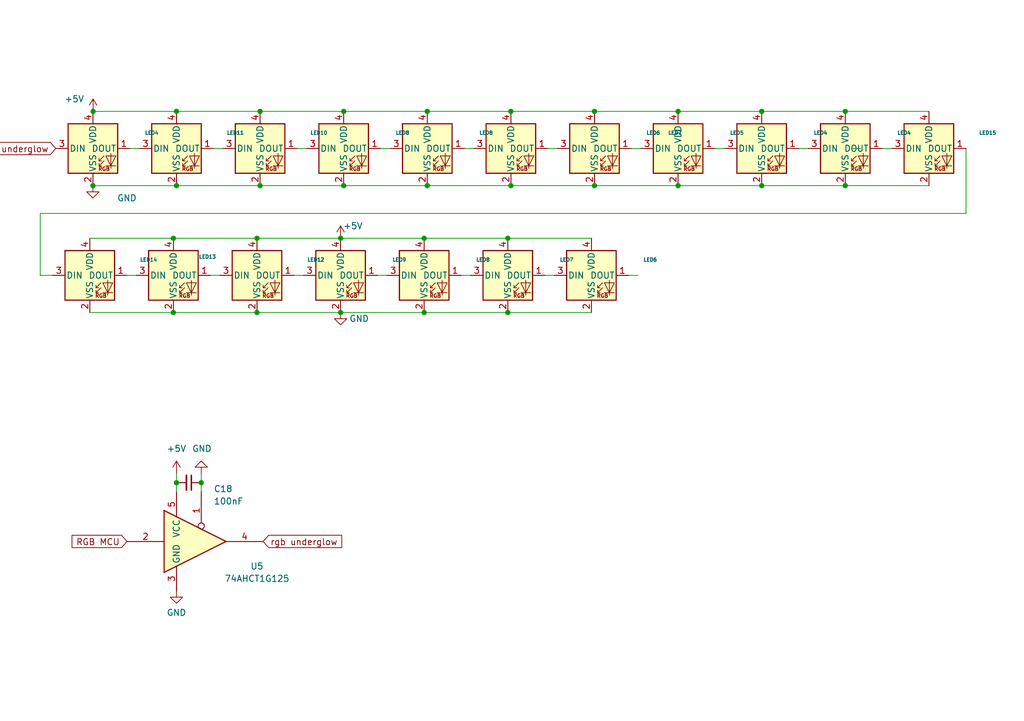
<source format=kicad_sch>
(kicad_sch (version 20230121) (generator eeschema)
  (paper "A5")
  (lib_symbols
    (symbol "74xGxx:74AHCT1G125"
      (property "Reference" "U" (at -2.54 3.81 0))
      (property "Value" "74AHCT1G125" (at 0 -3.81 0))
      (symbol "74AHCT1G125_0_1"
        (polyline (pts (xy -7.62 6.35) (xy -7.62 -6.35) (xy 5.08 0) (xy -7.62 6.35)) (stroke (width 0.254)) (fill (type background)))
      )
      (symbol "74AHCT1G125_1_1"
        (pin input inverted (at 0 10.16 270) (length 7.62) (name "~") (number "1"))
        (pin input line (at -15.24 0 0) (length 7.62) (name "~") (number "2"))
        (pin power_in line (at -5.08 -10.16 90) (length 5.08) (name "GND") (number "3"))
        (pin tri_state line (at 12.7 0 180) (length 7.62) (name "~") (number "4"))
        (pin power_in line (at -5.08 10.16 270) (length 5.08) (name "VCC") (number "5"))
      )
    )
    (symbol "Device:C_Small" (pin_numbers hide) (pin_names (offset 0.254) hide)
      (property "Reference" "C" (at 0.254 1.778 0))
      (property "Value" "C_Small" (at 0.254 -2.032 0))
      (symbol "C_Small_0_1"
        (polyline (pts (xy -1.524 -0.508) (xy 1.524 -0.508)) (stroke (width 0.3302)))
        (polyline (pts (xy -1.524 0.508) (xy 1.524 0.508)) (stroke (width 0.3048)))
      )
      (symbol "C_Small_1_1"
        (pin passive line (at 0 2.54 270) (length 2.032) (name "~") (number "1"))
        (pin passive line (at 0 -2.54 90) (length 2.032) (name "~") (number "2"))
      )
    )
    (symbol "GND_1" (power) (pin_names (offset 0))
      (property "Value" "GND_1" (at 0 -3.81 0))
      (symbol "GND_1_0_1"
        (polyline (pts (xy 0 0) (xy 0 -1.27) (xy 1.27 -1.27) (xy 0 -2.54) (xy -1.27 -1.27) (xy 0 -1.27)))
      )
      (symbol "GND_1_1_1"
        (pin power_in line (at 0 0 270) (length 0) hide (name "GND") (number "1"))
      )
    )
    (symbol "PCM_marbastlib-various:WS2812_2020" (pin_names (offset 0.254))
      (property "Reference" "LED" (at 5.08 5.715 0))
      (property "Value" "WS2812_2020" (at 1.27 -5.715 0))
      (symbol "WS2812_2020_0_0"
        (text "RGB" (at 2.286 -4.191 0) (effects (font (size 0.762 0.762))))
      )
      (symbol "WS2812_2020_0_1"
        (polyline (pts (xy 1.27 -3.556) (xy 1.778 -3.556)))
        (polyline (pts (xy 1.27 -2.54) (xy 1.778 -2.54)))
        (polyline (pts (xy 4.699 -3.556) (xy 2.667 -3.556)))
        (polyline (pts (xy 2.286 -2.54) (xy 1.27 -3.556) (xy 1.27 -3.048)))
        (polyline (pts (xy 2.286 -1.524) (xy 1.27 -2.54) (xy 1.27 -2.032)))
        (polyline (pts (xy 3.683 -1.016) (xy 3.683 -3.556) (xy 3.683 -4.064)))
        (polyline (pts (xy 4.699 -1.524) (xy 2.667 -1.524) (xy 3.683 -3.556) (xy 4.699 -1.524)))
        (rectangle (start 5.08 5.08) (end -5.08 -5.08) (stroke (width 0.254)) (fill (type background)))
      )
      (symbol "WS2812_2020_1_1"
        (pin output line (at 7.62 0 180) (length 2.54) (name "DOUT") (number "1"))
        (pin power_in line (at 0 -7.62 90) (length 2.54) (name "VSS") (number "2"))
        (pin input line (at -7.62 0 0) (length 2.54) (name "DIN") (number "3"))
        (pin power_in line (at 0 7.62 270) (length 2.54) (name "VDD") (number "4"))
      )
    )
    (symbol "power:+5V" (power) (pin_names (offset 0))
      (property "Value" "+5V" (at 0 3.556 0))
      (symbol "+5V_0_1"
        (polyline (pts (xy -0.762 1.27) (xy 0 2.54)))
        (polyline (pts (xy 0 0) (xy 0 2.54)))
        (polyline (pts (xy 0 2.54) (xy 0.762 1.27)))
      )
      (symbol "+5V_1_1"
        (pin power_in line (at 0 0 90) (length 0) hide (name "+5V") (number "1"))
      )
    )
    (symbol "power:GND" (power) (pin_names (offset 0))
      (property "Value" "GND" (at 0 -3.81 0))
      (symbol "GND_0_1"
        (polyline (pts (xy 0 0) (xy 0 -1.27) (xy 1.27 -1.27) (xy 0 -2.54) (xy -1.27 -1.27) (xy 0 -1.27)))
      )
      (symbol "GND_1_1"
        (pin power_in line (at 0 0 270) (length 0) hide (name "GND") (number "1"))
      )
    )
  )
  (junction (at 69.85 64.135))
  (junction (at 35.56 64.135))
  (junction (at 53.34 22.86))
  (junction (at 53.34 38.1))
  (junction (at 156.21 22.86))
  (junction (at 86.995 64.135))
  (junction (at 121.92 38.1))
  (junction (at 70.485 22.86))
  (junction (at 173.355 22.86))
  (junction (at 139.065 22.86))
  (junction (at 86.995 48.895))
  (junction (at 104.14 64.135))
  (junction (at 121.92 22.86))
  (junction (at 36.195 22.86))
  (junction (at 104.775 38.1))
  (junction (at 70.485 38.1))
  (junction (at 19.0943 22.86))
  (junction (at 173.355 38.1))
  (junction (at 104.14 48.895))
  (junction (at 41.275 99.06))
  (junction (at 36.195 99.06))
  (junction (at 69.85 48.895))
  (junction (at 87.63 38.1))
  (junction (at 52.705 64.135))
  (junction (at 104.775 22.86))
  (junction (at 156.21 38.1))
  (junction (at 19.05 38.1))
  (junction (at 35.56 48.895))
  (junction (at 36.195 38.1))
  (junction (at 139.065 38.1))
  (junction (at 87.63 22.86))
  (junction (at 52.705 48.895))
  (wire (pts (xy 26.035 56.515) (xy 27.94 56.515)))
  (wire (pts (xy 19.0943 22.86) (xy 36.195 22.86)))
  (wire (pts (xy 104.775 38.1) (xy 121.92 38.1)))
  (wire (pts (xy 19.05 22.86) (xy 19.0943 22.86)))
  (wire (pts (xy 77.47 56.515) (xy 79.375 56.515)))
  (wire (pts (xy 87.63 22.86) (xy 104.775 22.86)))
  (wire (pts (xy 43.18 56.515) (xy 45.085 56.515)))
  (wire (pts (xy 70.485 22.86) (xy 87.63 22.86)))
  (wire (pts (xy 26.67 30.48) (xy 28.575 30.48)))
  (wire (pts (xy 87.63 38.1) (xy 104.775 38.1)))
  (wire (pts (xy 53.34 38.1) (xy 70.485 38.1)))
  (wire (pts (xy 69.85 64.135) (xy 86.995 64.135)))
  (wire (pts (xy 173.355 22.86) (xy 190.5 22.86)))
  (wire (pts (xy 173.355 38.1) (xy 190.5 38.1)))
  (wire (pts (xy 156.21 38.1) (xy 173.355 38.1)))
  (wire (pts (xy 111.76 56.515) (xy 113.665 56.515)))
  (wire (pts (xy 104.775 22.86) (xy 121.92 22.86)))
  (wire (pts (xy 146.685 30.48) (xy 148.59 30.48)))
  (wire (pts (xy 180.975 30.48) (xy 182.88 30.48)))
  (wire (pts (xy 112.395 30.48) (xy 114.3 30.48)))
  (wire (pts (xy 104.14 48.895) (xy 121.285 48.895)))
  (wire (pts (xy 69.85 48.895) (xy 86.995 48.895)))
  (wire (pts (xy 60.325 56.515) (xy 62.23 56.515)))
  (wire (pts (xy 163.83 30.48) (xy 165.735 30.48)))
  (wire (pts (xy 41.275 99.06) (xy 41.275 100.965)))
  (wire (pts (xy 41.275 97.155) (xy 41.275 99.06)))
  (wire (pts (xy 8.255 43.815) (xy 198.12 43.815)))
  (wire (pts (xy 60.96 30.48) (xy 62.865 30.48)))
  (wire (pts (xy 36.195 22.86) (xy 53.34 22.86)))
  (wire (pts (xy 78.105 30.48) (xy 80.01 30.48)))
  (wire (pts (xy 156.21 22.86) (xy 173.355 22.86)))
  (wire (pts (xy 139.065 22.86) (xy 156.21 22.86)))
  (wire (pts (xy 36.195 97.155) (xy 36.195 99.06)))
  (wire (pts (xy 104.14 64.135) (xy 121.285 64.135)))
  (wire (pts (xy 36.195 99.06) (xy 36.195 100.965)))
  (wire (pts (xy 174.625 30.48) (xy 176.53 30.48)))
  (wire (pts (xy 19.05 38.1) (xy 36.195 38.1)))
  (wire (pts (xy 121.92 38.1) (xy 139.065 38.1)))
  (wire (pts (xy 128.905 56.515) (xy 130.81 56.515)))
  (wire (pts (xy 35.56 48.895) (xy 52.705 48.895)))
  (wire (pts (xy 129.54 30.48) (xy 131.445 30.48)))
  (wire (pts (xy 52.705 48.895) (xy 69.85 48.895)))
  (wire (pts (xy 53.34 22.86) (xy 70.485 22.86)))
  (wire (pts (xy 94.615 56.515) (xy 96.52 56.515)))
  (wire (pts (xy 8.255 56.515) (xy 10.795 56.515)))
  (wire (pts (xy 121.92 22.86) (xy 139.065 22.86)))
  (wire (pts (xy 35.56 64.135) (xy 52.705 64.135)))
  (wire (pts (xy 70.485 38.1) (xy 87.63 38.1)))
  (wire (pts (xy 18.415 48.895) (xy 35.56 48.895)))
  (wire (pts (xy 95.25 30.48) (xy 97.155 30.48)))
  (wire (pts (xy 86.995 48.895) (xy 104.14 48.895)))
  (wire (pts (xy 43.815 30.48) (xy 45.72 30.48)))
  (wire (pts (xy 86.995 64.135) (xy 104.14 64.135)))
  (wire (pts (xy 198.12 30.48) (xy 198.12 43.815)))
  (wire (pts (xy 36.195 38.1) (xy 53.34 38.1)))
  (wire (pts (xy 8.255 43.815) (xy 8.255 56.515)))
  (wire (pts (xy 18.415 64.135) (xy 35.56 64.135)))
  (wire (pts (xy 139.065 38.1) (xy 156.21 38.1)))
  (wire (pts (xy 52.705 64.135) (xy 69.85 64.135)))
  (global_label "rgb underglow" (shape input) (at 11.43 30.48 180) (property "Intersheetrefs" "${INTERSHEET_REFS}" (effects hide)))
  (global_label "RGB MCU" (shape input) (at 26.035 111.125 180) (property "Intersheetrefs" "${INTERSHEET_REFS}" (effects hide)))
  (global_label "rgb underglow" (shape input) (at 53.975 111.125 0) (property "Intersheetrefs" "${INTERSHEET_REFS}" (effects hide)))
  (symbol (lib_id "PCM_marbastlib-various:WS2812_2020") (at 121.285 56.515 0) (unit 1)
    (property "Reference" "LED6" (at 133.35 53.3006 0) (effects (font (size 0.7366 0.7366))))
    (property "Value" "WS2812_2020" (effects hide))
    (property "Footprint" "PCM_marbastlib-various:LED_WS2812_2020" (effects hide))
    (property "Datasheet" "https://www.world-semi.com/DownLoadFile/139" (effects hide))
    (instances (project "alpha-curISO" (path "" (reference "LED6") (unit 1))) (project "forti EC" (path "" (reference "LED15") (unit 1))))
  )
  (symbol (lib_id "PCM_marbastlib-various:WS2812_2020") (at 52.705 56.515 0) (unit 1)
    (property "Reference" "LED12" (at 64.77 53.3006 0) (effects (font (size 0.7366 0.7366))))
    (property "Value" "WS2812_2020" (effects hide))
    (property "Footprint" "PCM_marbastlib-various:LED_WS2812_2020" (effects hide))
    (property "Datasheet" "https://www.world-semi.com/DownLoadFile/139" (effects hide))
    (instances (project "alpha-curISO" (path "" (reference "LED12") (unit 1))) (project "forti EC" (path "" (reference "LED19") (unit 1))))
  )
  (symbol (lib_id "PCM_marbastlib-various:WS2812_2020") (at 190.5 30.48 0) (unit 1)
    (property "Reference" "LED15" (at 202.565 27.2656 0) (effects (font (size 0.7366 0.7366))))
    (property "Value" "WS2812_2020" (effects hide))
    (property "Footprint" "PCM_marbastlib-various:LED_WS2812_2020" (effects hide))
    (property "Datasheet" "https://www.world-semi.com/DownLoadFile/139" (effects hide))
    (instances (project "alpha-curISO" (path "" (reference "LED15") (unit 1))) (project "forti EC" (path "" (reference "LED22") (unit 1))))
  )
  (symbol (lib_id "power:+5V") (at 69.85 48.895 0) (unit 1)
    (property "Reference" "#PWR0141" (effects hide))
    (property "Value" "+5V" (at 72.39 46.355 0))
    (instances (project "alpha-curISO" (path "" (reference "#PWR0141") (unit 1))) (project "forti EC" (path "" (reference "#PWR023") (unit 1))))
  )
  (symbol (lib_id "PCM_marbastlib-various:WS2812_2020") (at 19.05 30.48 0) (unit 1)
    (property "Reference" "LED4" (at 31.115 27.2656 0) (effects (font (size 0.7366 0.7366))))
    (property "Value" "WS2812_2020" (effects hide))
    (property "Footprint" "PCM_marbastlib-various:LED_WS2812_2020" (effects hide))
    (property "Datasheet" "https://www.world-semi.com/DownLoadFile/139" (effects hide))
    (instances (project "alpha-curISO" (path "" (reference "LED4") (unit 1))) (project "forti EC" (path "" (reference "LED3") (unit 1))))
  )
  (symbol (lib_id "power:+5V") (at 36.195 97.155 0) (unit 1)
    (property "Reference" "#PWR0138" (effects hide))
    (property "Value" "+5V" (at 36.195 92.075 0))
    (instances (project "rgb" (path "" (reference "#PWR0138") (unit 1))) (project "forti EC" (path "" (reference "#PWR018") (unit 1))) (project "UB46" (path "" (reference "#PWR0138") (unit 1))))
  )
  (symbol (lib_id "Device:C_Small") (at 38.735 99.06 270) (unit 1)
    (property "Reference" "C18" (at 43.815 100.3362 90) (effects (justify left)))
    (property "Value" "100nF" (at 43.815 102.87 90) (effects (justify left)))
    (property "Footprint" "Capacitor_SMD:C_0603_1608Metric" (effects hide))
    (instances (project "rgb" (path "" (reference "C18") (unit 1))) (project "forti EC" (path "" (reference "C12") (unit 1))) (project "UB46" (path "" (reference "C18") (unit 1))))
  )
  (symbol (lib_id "PCM_marbastlib-various:WS2812_2020") (at 173.355 30.48 0) (unit 1)
    (property "Reference" "LED4" (at 185.42 27.2656 0) (effects (font (size 0.7366 0.7366))))
    (property "Value" "WS2812_2020" (effects hide))
    (property "Footprint" "PCM_marbastlib-various:LED_WS2812_2020" (effects hide))
    (property "Datasheet" "https://www.world-semi.com/DownLoadFile/139" (effects hide))
    (instances (project "alpha-curISO" (path "" (reference "LED4") (unit 1))) (project "forti EC" (path "" (reference "LED23") (unit 1))))
  )
  (symbol (lib_id "PCM_marbastlib-various:WS2812_2020") (at 35.56 56.515 0) (unit 1)
    (property "Reference" "LED13" (at 42.545 52.705 0) (effects (font (size 0.7366 0.7366))))
    (property "Value" "WS2812_2020" (effects hide))
    (property "Footprint" "PCM_marbastlib-various:LED_WS2812_2020" (effects hide))
    (property "Datasheet" "https://www.world-semi.com/DownLoadFile/139" (effects hide))
    (instances (project "alpha-curISO" (path "" (reference "LED13") (unit 1))) (project "forti EC" (path "" (reference "LED20") (unit 1))))
  )
  (symbol (lib_id "power:GND") (at 36.195 121.285 0) (unit 1)
    (property "Reference" "#PWR0136" (effects hide))
    (property "Value" "GND" (at 36.195 125.73 0))
    (instances (project "rgb" (path "" (reference "#PWR0136") (unit 1))) (project "forti EC" (path "" (reference "#PWR020") (unit 1))) (project "UB46" (path "" (reference "#PWR0136") (unit 1))))
  )
  (symbol (lib_id "PCM_marbastlib-various:WS2812_2020") (at 156.21 30.48 0) (unit 1)
    (property "Reference" "LED4" (at 168.275 27.2656 0) (effects (font (size 0.7366 0.7366))))
    (property "Value" "WS2812_2020" (effects hide))
    (property "Footprint" "PCM_marbastlib-various:LED_WS2812_2020" (effects hide))
    (property "Datasheet" "https://www.world-semi.com/DownLoadFile/139" (effects hide))
    (instances (project "alpha-curISO" (path "" (reference "LED4") (unit 1))) (project "forti EC" (path "" (reference "LED30") (unit 1))))
  )
  (symbol (lib_id "PCM_marbastlib-various:WS2812_2020") (at 36.195 30.48 0) (unit 1)
    (property "Reference" "LED11" (at 48.26 27.2656 0) (effects (font (size 0.7366 0.7366))))
    (property "Value" "WS2812_2020" (effects hide))
    (property "Footprint" "PCM_marbastlib-various:LED_WS2812_2020" (effects hide))
    (property "Datasheet" "https://www.world-semi.com/DownLoadFile/139" (effects hide))
    (instances (project "alpha-curISO" (path "" (reference "LED11") (unit 1))) (project "forti EC" (path "" (reference "LED2") (unit 1))))
  )
  (symbol (lib_name "GND_1") (lib_id "power:GND") (at 19.05 38.1 0) (unit 1)
    (property "Reference" "#PWR0140" (effects hide))
    (property "Value" "GND" (at 26.035 40.64 0))
    (instances (project "alpha-curISO" (path "" (reference "#PWR0140") (unit 1))) (project "forti EC" (path "" (reference "#PWR022") (unit 1))))
  )
  (symbol (lib_id "power:+5V") (at 19.0943 22.86 0) (unit 1)
    (property "Reference" "#PWR0141" (effects hide))
    (property "Value" "+5V" (at 15.24 20.32 0))
    (instances (project "alpha-curISO" (path "" (reference "#PWR0141") (unit 1))) (project "forti EC" (path "" (reference "#PWR021") (unit 1))))
  )
  (symbol (lib_name "GND_1") (lib_id "power:GND") (at 69.85 64.135 0) (unit 1)
    (property "Reference" "#PWR0140" (effects hide))
    (property "Value" "GND" (at 73.66 65.405 0))
    (instances (project "alpha-curISO" (path "" (reference "#PWR0140") (unit 1))) (project "forti EC" (path "" (reference "#PWR024") (unit 1))))
  )
  (symbol (lib_id "PCM_marbastlib-various:WS2812_2020") (at 104.775 30.48 0) (unit 1)
    (property "Reference" "LED7" (at 138.43 27.2656 0) (effects (font (size 0.7366 0.7366))))
    (property "Value" "WS2812_2020" (effects hide))
    (property "Footprint" "PCM_marbastlib-various:LED_WS2812_2020" (effects hide))
    (property "Datasheet" "https://www.world-semi.com/DownLoadFile/139" (effects hide))
    (instances (project "alpha-curISO" (path "" (reference "LED7") (unit 1))) (project "forti EC" (path "" (reference "LED26") (unit 1))))
  )
  (symbol (lib_id "74xGxx:74AHCT1G125") (at 41.275 111.125 0) (unit 1)
    (property "Reference" "U5" (at 52.705 116.205 0))
    (property "Value" "74AHCT1G125" (at 52.705 118.745 0))
    (property "Footprint" "Package_TO_SOT_SMD:TSOT-23-5" (effects hide))
    (property "Datasheet" "http://www.ti.com/lit/sg/scyt129e/scyt129e.pdf" (effects hide))
    (instances (project "rgb" (path "" (reference "U5") (unit 1))) (project "forti EC" (path "" (reference "U4") (unit 1))) (project "UB46" (path "" (reference "U5") (unit 1))))
  )
  (symbol (lib_id "PCM_marbastlib-various:WS2812_2020") (at 70.485 30.48 0) (unit 1)
    (property "Reference" "LED8" (at 82.55 27.2656 0) (effects (font (size 0.7366 0.7366))))
    (property "Value" "WS2812_2020" (effects hide))
    (property "Footprint" "PCM_marbastlib-various:LED_WS2812_2020" (effects hide))
    (property "Datasheet" "https://www.world-semi.com/DownLoadFile/139" (effects hide))
    (instances (project "alpha-curISO" (path "" (reference "LED8") (unit 1))) (project "forti EC" (path "" (reference "LED27") (unit 1))))
  )
  (symbol (lib_id "PCM_marbastlib-various:WS2812_2020") (at 87.63 30.48 0) (unit 1)
    (property "Reference" "LED8" (at 99.695 27.2656 0) (effects (font (size 0.7366 0.7366))))
    (property "Value" "WS2812_2020" (effects hide))
    (property "Footprint" "PCM_marbastlib-various:LED_WS2812_2020" (effects hide))
    (property "Datasheet" "https://www.world-semi.com/DownLoadFile/139" (effects hide))
    (instances (project "alpha-curISO" (path "" (reference "LED8") (unit 1))) (project "forti EC" (path "" (reference "LED31") (unit 1))))
  )
  (symbol (lib_id "PCM_marbastlib-various:WS2812_2020") (at 18.415 56.515 0) (unit 1)
    (property "Reference" "LED14" (at 30.48 53.3006 0) (effects (font (size 0.7366 0.7366))))
    (property "Value" "WS2812_2020" (effects hide))
    (property "Footprint" "PCM_marbastlib-various:LED_WS2812_2020" (effects hide))
    (property "Datasheet" "https://www.world-semi.com/DownLoadFile/139" (effects hide))
    (instances (project "alpha-curISO" (path "" (reference "LED14") (unit 1))) (project "forti EC" (path "" (reference "LED21") (unit 1))))
  )
  (symbol (lib_id "power:GND") (at 41.275 97.155 180) (unit 1)
    (property "Reference" "#PWR0137" (effects hide))
    (property "Value" "GND" (at 39.37 92.075 0) (effects (justify right)))
    (instances (project "rgb" (path "" (reference "#PWR0137") (unit 1))) (project "forti EC" (path "" (reference "#PWR019") (unit 1))) (project "UB46" (path "" (reference "#PWR0137") (unit 1))))
  )
  (symbol (lib_id "PCM_marbastlib-various:WS2812_2020") (at 121.92 30.48 0) (unit 1)
    (property "Reference" "LED6" (at 133.985 27.2656 0) (effects (font (size 0.7366 0.7366))))
    (property "Value" "WS2812_2020" (effects hide))
    (property "Footprint" "PCM_marbastlib-various:LED_WS2812_2020" (effects hide))
    (property "Datasheet" "https://www.world-semi.com/DownLoadFile/139" (effects hide))
    (instances (project "alpha-curISO" (path "" (reference "LED6") (unit 1))) (project "forti EC" (path "" (reference "LED25") (unit 1))))
  )
  (symbol (lib_id "PCM_marbastlib-various:WS2812_2020") (at 53.34 30.48 0) (unit 1)
    (property "Reference" "LED10" (at 65.405 27.2656 0) (effects (font (size 0.7366 0.7366))))
    (property "Value" "WS2812_2020" (effects hide))
    (property "Footprint" "PCM_marbastlib-various:LED_WS2812_2020" (effects hide))
    (property "Datasheet" "https://www.world-semi.com/DownLoadFile/139" (effects hide))
    (instances (project "alpha-curISO" (path "" (reference "LED10") (unit 1))) (project "forti EC" (path "" (reference "LED1") (unit 1))))
  )
  (symbol (lib_id "PCM_marbastlib-various:WS2812_2020") (at 139.065 30.48 0) (unit 1)
    (property "Reference" "LED5" (at 151.13 27.2656 0) (effects (font (size 0.7366 0.7366))))
    (property "Value" "WS2812_2020" (effects hide))
    (property "Footprint" "PCM_marbastlib-various:LED_WS2812_2020" (effects hide))
    (property "Datasheet" "https://www.world-semi.com/DownLoadFile/139" (effects hide))
    (instances (project "alpha-curISO" (path "" (reference "LED5") (unit 1))) (project "forti EC" (path "" (reference "LED24") (unit 1))))
  )
  (symbol (lib_id "PCM_marbastlib-various:WS2812_2020") (at 86.995 56.515 0) (unit 1)
    (property "Reference" "LED8" (at 99.06 53.3006 0) (effects (font (size 0.7366 0.7366))))
    (property "Value" "WS2812_2020" (effects hide))
    (property "Footprint" "PCM_marbastlib-various:LED_WS2812_2020" (effects hide))
    (property "Datasheet" "https://www.world-semi.com/DownLoadFile/139" (effects hide))
    (instances (project "alpha-curISO" (path "" (reference "LED8") (unit 1))) (project "forti EC" (path "" (reference "LED17") (unit 1))))
  )
  (symbol (lib_id "PCM_marbastlib-various:WS2812_2020") (at 69.85 56.515 0) (unit 1)
    (property "Reference" "LED9" (at 81.915 53.3006 0) (effects (font (size 0.7366 0.7366))))
    (property "Value" "WS2812_2020" (effects hide))
    (property "Footprint" "PCM_marbastlib-various:LED_WS2812_2020" (effects hide))
    (property "Datasheet" "https://www.world-semi.com/DownLoadFile/139" (effects hide))
    (instances (project "alpha-curISO" (path "" (reference "LED9") (unit 1))) (project "forti EC" (path "" (reference "LED18") (unit 1))))
  )
  (symbol (lib_id "PCM_marbastlib-various:WS2812_2020") (at 104.14 56.515 0) (unit 1)
    (property "Reference" "LED7" (at 116.205 53.3006 0) (effects (font (size 0.7366 0.7366))))
    (property "Value" "WS2812_2020" (effects hide))
    (property "Footprint" "PCM_marbastlib-various:LED_WS2812_2020" (effects hide))
    (property "Datasheet" "https://www.world-semi.com/DownLoadFile/139" (effects hide))
    (instances (project "alpha-curISO" (path "" (reference "LED7") (unit 1))) (project "forti EC" (path "" (reference "LED16") (unit 1))))
  )
)
</source>
